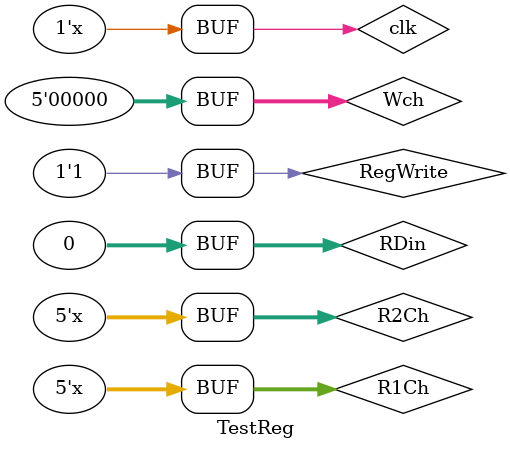
<source format=v>
`timescale 1ns / 1ps


module TestReg();
 reg clk;
 reg [4:0]R1Ch,R2Ch,Wch;
 reg [31:0]RDin;
 wire [31:0]R1Data,MDin;
 reg RegWrite;
 initial 
 begin
 R1Ch=0;
 R2Ch=0;
 clk=0;
 Wch=0;
 RDin=0;
 RegWrite=1;
 end
   always
   begin
   #10 clk=~clk;
   end
   always
   begin
   #20 R2Ch=R2Ch+1;
   end
   always 
   begin
   #20 R1Ch=R1Ch+1;
   end
    RegFile REG2(clk,RDin,R1Ch,R2Ch,Wch,RegWrite,R1Data,MDin);
endmodule

</source>
